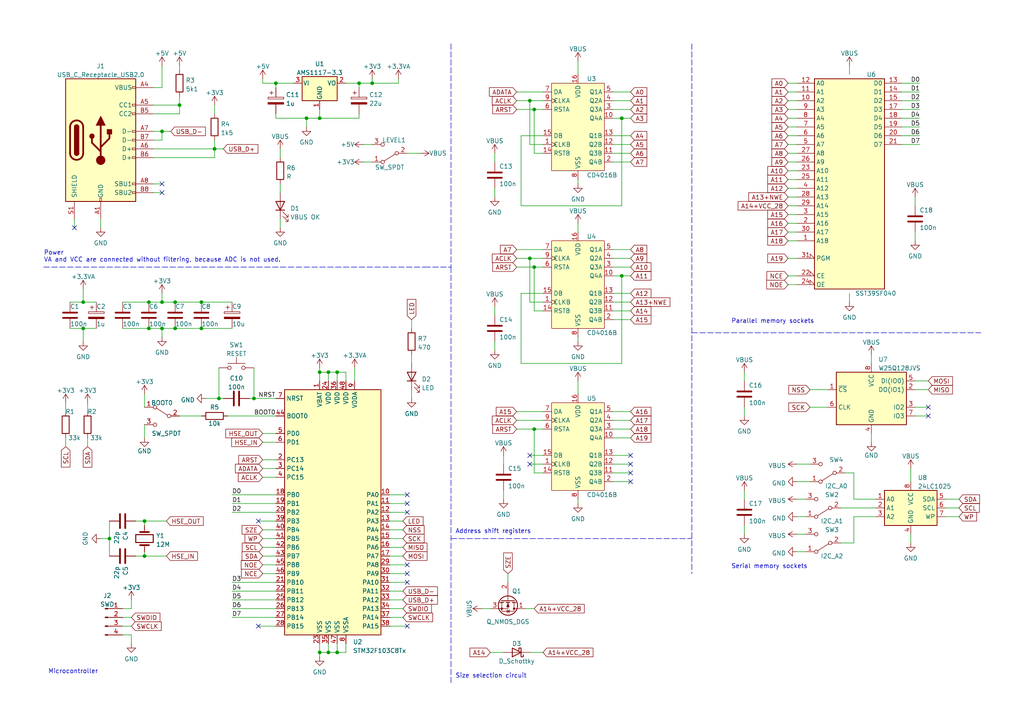
<source format=kicad_sch>
(kicad_sch (version 20211123) (generator eeschema)
  (paper "A4")
  (title_block (title "Memory dumper") (date "2022-10-15") (rev "0.1") (comment 1 "Made by HA5PLS"))
  (junction (at 73.66 115.57))
  (junction (at 24.13 95.25))
  (junction (at 154.94 124.46))
  (junction (at 58.42 87.63))
  (junction (at 80.01 24.13))
  (junction (at 24.13 87.63))
  (junction (at 92.71 107.95))
  (junction (at 180.34 34.29))
  (junction (at 107.95 24.13))
  (junction (at 41.91 151.13))
  (junction (at 154.94 31.75))
  (junction (at 50.8 87.63))
  (junction (at 95.25 107.95))
  (junction (at 46.99 38.1))
  (junction (at 46.99 95.25))
  (junction (at 58.42 95.25))
  (junction (at 95.25 189.23))
  (junction (at 92.71 189.23))
  (junction (at 46.99 87.63))
  (junction (at 153.67 74.93))
  (junction (at 43.18 95.25))
  (junction (at 63.5 115.57))
  (junction (at 154.94 77.47))
  (junction (at 43.18 87.63))
  (junction (at 97.79 189.23))
  (junction (at 92.71 34.29))
  (junction (at 50.8 95.25))
  (junction (at 97.79 107.95))
  (junction (at 62.23 43.18))
  (junction (at 88.9 34.29))
  (junction (at 31.75 156.21))
  (junction (at 104.14 24.13))
  (junction (at 180.34 80.01))
  (junction (at 52.07 30.48))
  (junction (at 41.91 161.29))
  (junction (at 153.67 29.21))
  (no_connect (at 21.59 66.04))
  (no_connect (at 46.99 55.88))
  (no_connect (at 46.99 53.34))
  (no_connect (at 269.24 118.11))
  (no_connect (at 269.24 120.65))
  (no_connect (at 182.88 132.08))
  (no_connect (at 182.88 134.62))
  (no_connect (at 182.88 137.16))
  (no_connect (at 153.67 132.08))
  (no_connect (at 182.88 139.7))
  (no_connect (at 153.67 134.62))
  (no_connect (at 74.93 181.61))
  (no_connect (at 74.93 151.13))
  (no_connect (at 118.11 168.91))
  (no_connect (at 118.11 181.61))
  (no_connect (at 118.11 163.83))
  (no_connect (at 118.11 166.37))
  (no_connect (at 118.11 143.51))
  (no_connect (at 118.11 146.05))
  (no_connect (at 118.11 148.59))
  (wire (pts (xy 66.04 120.65) (xy 80.01 120.65)))
  (wire (pts (xy 62.23 43.18) (xy 64.77 43.18)))
  (wire (pts (xy 234.95 113.03) (xy 240.03 113.03)))
  (wire (pts (xy 261.62 34.29) (xy 266.7 34.29)))
  (wire (pts (xy 180.34 80.01) (xy 180.34 105.41)))
  (wire (pts (xy 228.6 80.01) (xy 231.14 80.01)))
  (wire (pts (xy 247.65 144.78) (xy 247.65 137.16)))
  (wire (pts (xy 41.91 151.13) (xy 48.26 151.13)))
  (wire (pts (xy 21.59 63.5) (xy 21.59 66.04)))
  (wire (pts (xy 44.45 45.72) (xy 62.23 45.72)))
  (wire (pts (xy 44.45 25.4) (xy 46.99 25.4)))
  (wire (pts (xy 19.05 129.54) (xy 19.05 127)))
  (wire (pts (xy 31.75 156.21) (xy 29.21 156.21)))
  (wire (pts (xy 167.64 64.77) (xy 167.64 67.31)))
  (wire (pts (xy 157.48 77.47) (xy 154.94 77.47)))
  (wire (pts (xy 115.57 24.13) (xy 115.57 22.86)))
  (wire (pts (xy 67.31 176.53) (xy 80.01 176.53)))
  (wire (pts (xy 104.14 33.02) (xy 104.14 34.29)))
  (wire (pts (xy 113.03 153.67) (xy 116.84 153.67)))
  (wire (pts (xy 63.5 115.57) (xy 64.77 115.57)))
  (wire (pts (xy 50.8 95.25) (xy 58.42 95.25)))
  (wire (pts (xy 41.91 160.02) (xy 41.91 161.29)))
  (wire (pts (xy 265.43 57.15) (xy 265.43 59.69)))
  (wire (pts (xy 247.65 137.16) (xy 245.11 137.16)))
  (wire (pts (xy 180.34 34.29) (xy 180.34 59.69)))
  (wire (pts (xy 67.31 171.45) (xy 80.01 171.45)))
  (wire (pts (xy 92.71 186.69) (xy 92.71 189.23)))
  (wire (pts (xy 119.38 92.71) (xy 119.38 95.25)))
  (wire (pts (xy 113.03 156.21) (xy 116.84 156.21)))
  (wire (pts (xy 157.48 29.21) (xy 153.67 29.21)))
  (wire (pts (xy 95.25 189.23) (xy 97.79 189.23)))
  (wire (pts (xy 177.8 119.38) (xy 182.88 119.38)))
  (wire (pts (xy 76.2 156.21) (xy 80.01 156.21)))
  (wire (pts (xy 228.6 59.69) (xy 231.14 59.69)))
  (wire (pts (xy 100.33 107.95) (xy 100.33 110.49)))
  (wire (pts (xy 177.8 44.45) (xy 182.88 44.45)))
  (wire (pts (xy 76.2 24.13) (xy 80.01 24.13)))
  (wire (pts (xy 274.32 149.86) (xy 278.13 149.86)))
  (wire (pts (xy 25.4 129.54) (xy 25.4 127)))
  (wire (pts (xy 264.16 135.89) (xy 264.16 139.7)))
  (wire (pts (xy 62.23 43.18) (xy 62.23 45.72)))
  (wire (pts (xy 105.41 46.99) (xy 107.95 46.99)))
  (wire (pts (xy 246.38 19.05) (xy 246.38 21.59)))
  (wire (pts (xy 149.86 121.92) (xy 157.48 121.92)))
  (wire (pts (xy 149.86 31.75) (xy 154.94 31.75)))
  (wire (pts (xy 113.03 146.05) (xy 118.11 146.05)))
  (wire (pts (xy 143.51 44.45) (xy 143.51 46.99)))
  (wire (pts (xy 153.67 87.63) (xy 157.48 87.63)))
  (wire (pts (xy 154.94 124.46) (xy 154.94 137.16)))
  (wire (pts (xy 228.6 74.93) (xy 231.14 74.93)))
  (wire (pts (xy 149.86 29.21) (xy 153.67 29.21)))
  (wire (pts (xy 234.95 118.11) (xy 240.03 118.11)))
  (wire (pts (xy 92.71 106.68) (xy 92.71 107.95)))
  (polyline (pts (xy 12.7 77.47) (xy 123.19 77.47)))
  (wire (pts (xy 215.9 118.11) (xy 215.9 120.65)))
  (wire (pts (xy 228.6 44.45) (xy 231.14 44.45)))
  (wire (pts (xy 116.84 151.13) (xy 113.03 151.13)))
  (wire (pts (xy 41.91 123.19) (xy 41.91 127)))
  (wire (pts (xy 177.8 139.7) (xy 182.88 139.7)))
  (wire (pts (xy 20.32 95.25) (xy 24.13 95.25)))
  (wire (pts (xy 149.86 72.39) (xy 157.48 72.39)))
  (wire (pts (xy 80.01 33.02) (xy 80.01 34.29)))
  (wire (pts (xy 25.4 119.38) (xy 25.4 116.84)))
  (wire (pts (xy 167.64 144.78) (xy 167.64 146.05)))
  (wire (pts (xy 215.9 107.95) (xy 215.9 110.49)))
  (wire (pts (xy 157.48 39.37) (xy 151.13 39.37)))
  (wire (pts (xy 119.38 113.03) (xy 119.38 115.57)))
  (wire (pts (xy 41.91 114.3) (xy 41.91 118.11)))
  (wire (pts (xy 74.93 151.13) (xy 80.01 151.13)))
  (wire (pts (xy 180.34 34.29) (xy 182.88 34.29)))
  (wire (pts (xy 228.6 57.15) (xy 231.14 57.15)))
  (wire (pts (xy 44.45 38.1) (xy 46.99 38.1)))
  (wire (pts (xy 247.65 144.78) (xy 254 144.78)))
  (polyline (pts (xy 200.66 12.7) (xy 200.66 166.37)))
  (wire (pts (xy 177.8 80.01) (xy 180.34 80.01)))
  (wire (pts (xy 252.73 125.73) (xy 252.73 128.27)))
  (wire (pts (xy 31.75 151.13) (xy 31.75 156.21)))
  (wire (pts (xy 76.2 158.75) (xy 80.01 158.75)))
  (wire (pts (xy 246.38 85.09) (xy 246.38 87.63)))
  (wire (pts (xy 38.1 184.15) (xy 38.1 186.69)))
  (wire (pts (xy 177.8 46.99) (xy 182.88 46.99)))
  (wire (pts (xy 81.28 43.18) (xy 81.28 45.72)))
  (wire (pts (xy 76.2 166.37) (xy 80.01 166.37)))
  (wire (pts (xy 35.56 184.15) (xy 38.1 184.15)))
  (wire (pts (xy 50.8 87.63) (xy 58.42 87.63)))
  (wire (pts (xy 24.13 83.82) (xy 24.13 87.63)))
  (wire (pts (xy 265.43 110.49) (xy 269.24 110.49)))
  (wire (pts (xy 177.8 31.75) (xy 182.88 31.75)))
  (wire (pts (xy 153.67 74.93) (xy 153.67 87.63)))
  (wire (pts (xy 177.8 72.39) (xy 182.88 72.39)))
  (wire (pts (xy 85.09 24.13) (xy 80.01 24.13)))
  (wire (pts (xy 46.99 95.25) (xy 46.99 97.79)))
  (wire (pts (xy 58.42 87.63) (xy 67.31 87.63)))
  (wire (pts (xy 102.87 106.68) (xy 102.87 110.49)))
  (wire (pts (xy 76.2 161.29) (xy 80.01 161.29)))
  (wire (pts (xy 104.14 24.13) (xy 107.95 24.13)))
  (wire (pts (xy 67.31 148.59) (xy 80.01 148.59)))
  (wire (pts (xy 35.56 179.07) (xy 38.1 179.07)))
  (wire (pts (xy 261.62 41.91) (xy 266.7 41.91)))
  (wire (pts (xy 252.73 102.87) (xy 252.73 105.41)))
  (wire (pts (xy 119.38 102.87) (xy 119.38 105.41)))
  (wire (pts (xy 35.56 95.25) (xy 43.18 95.25)))
  (wire (pts (xy 95.25 107.95) (xy 95.25 110.49)))
  (wire (pts (xy 95.25 186.69) (xy 95.25 189.23)))
  (wire (pts (xy 24.13 95.25) (xy 27.94 95.25)))
  (wire (pts (xy 52.07 19.05) (xy 52.07 20.32)))
  (wire (pts (xy 152.4 176.53) (xy 154.94 176.53)))
  (wire (pts (xy 177.8 29.21) (xy 182.88 29.21)))
  (wire (pts (xy 149.86 77.47) (xy 154.94 77.47)))
  (wire (pts (xy 74.93 181.61) (xy 80.01 181.61)))
  (wire (pts (xy 228.6 69.85) (xy 231.14 69.85)))
  (wire (pts (xy 113.03 173.99) (xy 116.84 173.99)))
  (wire (pts (xy 177.8 134.62) (xy 182.88 134.62)))
  (wire (pts (xy 177.8 74.93) (xy 182.88 74.93)))
  (wire (pts (xy 88.9 34.29) (xy 92.71 34.29)))
  (wire (pts (xy 265.43 113.03) (xy 269.24 113.03)))
  (wire (pts (xy 113.03 143.51) (xy 118.11 143.51)))
  (wire (pts (xy 46.99 87.63) (xy 50.8 87.63)))
  (wire (pts (xy 49.53 38.1) (xy 46.99 38.1)))
  (wire (pts (xy 180.34 80.01) (xy 182.88 80.01)))
  (wire (pts (xy 76.2 128.27) (xy 80.01 128.27)))
  (wire (pts (xy 100.33 186.69) (xy 100.33 189.23)))
  (wire (pts (xy 231.14 149.86) (xy 233.68 149.86)))
  (wire (pts (xy 43.18 95.25) (xy 46.99 95.25)))
  (wire (pts (xy 107.95 24.13) (xy 115.57 24.13)))
  (wire (pts (xy 177.8 85.09) (xy 182.88 85.09)))
  (wire (pts (xy 92.71 190.5) (xy 92.71 189.23)))
  (wire (pts (xy 67.31 143.51) (xy 80.01 143.51)))
  (wire (pts (xy 157.48 74.93) (xy 153.67 74.93)))
  (wire (pts (xy 228.6 62.23) (xy 231.14 62.23)))
  (wire (pts (xy 113.03 168.91) (xy 118.11 168.91)))
  (wire (pts (xy 31.75 156.21) (xy 31.75 161.29)))
  (wire (pts (xy 73.66 115.57) (xy 80.01 115.57)))
  (wire (pts (xy 76.2 125.73) (xy 80.01 125.73)))
  (wire (pts (xy 261.62 26.67) (xy 266.7 26.67)))
  (wire (pts (xy 177.8 87.63) (xy 182.88 87.63)))
  (wire (pts (xy 97.79 186.69) (xy 97.79 189.23)))
  (wire (pts (xy 177.8 132.08) (xy 182.88 132.08)))
  (wire (pts (xy 92.71 31.75) (xy 92.71 34.29)))
  (wire (pts (xy 147.32 166.37) (xy 147.32 168.91)))
  (wire (pts (xy 143.51 88.9) (xy 143.51 91.44)))
  (wire (pts (xy 29.21 63.5) (xy 29.21 66.04)))
  (wire (pts (xy 149.86 26.67) (xy 157.48 26.67)))
  (wire (pts (xy 63.5 106.68) (xy 63.5 115.57)))
  (wire (pts (xy 35.56 87.63) (xy 43.18 87.63)))
  (wire (pts (xy 58.42 95.25) (xy 67.31 95.25)))
  (wire (pts (xy 151.13 59.69) (xy 180.34 59.69)))
  (wire (pts (xy 67.31 179.07) (xy 80.01 179.07)))
  (wire (pts (xy 154.94 137.16) (xy 157.48 137.16)))
  (wire (pts (xy 167.64 52.07) (xy 167.64 53.34)))
  (wire (pts (xy 177.8 41.91) (xy 182.88 41.91)))
  (wire (pts (xy 154.94 44.45) (xy 157.48 44.45)))
  (wire (pts (xy 100.33 189.23) (xy 97.79 189.23)))
  (wire (pts (xy 228.6 26.67) (xy 231.14 26.67)))
  (wire (pts (xy 247.65 149.86) (xy 254 149.86)))
  (wire (pts (xy 151.13 39.37) (xy 151.13 59.69)))
  (polyline (pts (xy 200.66 96.52) (xy 284.48 96.52)))
  (wire (pts (xy 228.6 29.21) (xy 231.14 29.21)))
  (wire (pts (xy 81.28 63.5) (xy 81.28 66.04)))
  (wire (pts (xy 46.99 95.25) (xy 50.8 95.25)))
  (wire (pts (xy 44.45 55.88) (xy 46.99 55.88)))
  (wire (pts (xy 177.8 127) (xy 182.88 127)))
  (wire (pts (xy 265.43 67.31) (xy 265.43 69.85)))
  (wire (pts (xy 67.31 168.91) (xy 80.01 168.91)))
  (wire (pts (xy 177.8 121.92) (xy 182.88 121.92)))
  (wire (pts (xy 80.01 133.35) (xy 76.2 133.35)))
  (wire (pts (xy 153.67 41.91) (xy 157.48 41.91)))
  (wire (pts (xy 107.95 22.86) (xy 107.95 24.13)))
  (wire (pts (xy 228.6 64.77) (xy 231.14 64.77)))
  (wire (pts (xy 177.8 39.37) (xy 182.88 39.37)))
  (wire (pts (xy 228.6 34.29) (xy 231.14 34.29)))
  (wire (pts (xy 72.39 115.57) (xy 73.66 115.57)))
  (wire (pts (xy 97.79 107.95) (xy 97.79 110.49)))
  (wire (pts (xy 153.67 29.21) (xy 153.67 41.91)))
  (wire (pts (xy 153.67 189.23) (xy 157.48 189.23)))
  (wire (pts (xy 154.94 90.17) (xy 157.48 90.17)))
  (wire (pts (xy 80.01 34.29) (xy 88.9 34.29)))
  (wire (pts (xy 44.45 53.34) (xy 46.99 53.34)))
  (wire (pts (xy 261.62 39.37) (xy 266.7 39.37)))
  (wire (pts (xy 228.6 52.07) (xy 231.14 52.07)))
  (wire (pts (xy 177.8 124.46) (xy 182.88 124.46)))
  (wire (pts (xy 228.6 24.13) (xy 231.14 24.13)))
  (wire (pts (xy 113.03 176.53) (xy 116.84 176.53)))
  (polyline (pts (xy 123.19 77.47) (xy 130.81 77.47)))
  (wire (pts (xy 265.43 118.11) (xy 269.24 118.11)))
  (wire (pts (xy 231.14 154.94) (xy 233.68 154.94)))
  (wire (pts (xy 113.03 166.37) (xy 118.11 166.37)))
  (wire (pts (xy 76.2 138.43) (xy 80.01 138.43)))
  (polyline (pts (xy 130.81 12.7) (xy 130.81 77.47)))
  (wire (pts (xy 177.8 90.17) (xy 182.88 90.17)))
  (wire (pts (xy 62.23 30.48) (xy 62.23 33.02)))
  (wire (pts (xy 142.24 189.23) (xy 146.05 189.23)))
  (wire (pts (xy 157.48 124.46) (xy 154.94 124.46)))
  (wire (pts (xy 231.14 160.02) (xy 233.68 160.02)))
  (wire (pts (xy 261.62 31.75) (xy 266.7 31.75)))
  (wire (pts (xy 247.65 157.48) (xy 243.84 157.48)))
  (wire (pts (xy 153.67 132.08) (xy 157.48 132.08)))
  (wire (pts (xy 113.03 181.61) (xy 118.11 181.61)))
  (wire (pts (xy 59.69 115.57) (xy 63.5 115.57)))
  (wire (pts (xy 39.37 151.13) (xy 41.91 151.13)))
  (polyline (pts (xy 130.81 156.21) (xy 200.66 156.21)))
  (wire (pts (xy 92.71 34.29) (xy 104.14 34.29)))
  (wire (pts (xy 274.32 144.78) (xy 278.13 144.78)))
  (wire (pts (xy 149.86 119.38) (xy 157.48 119.38)))
  (wire (pts (xy 265.43 120.65) (xy 269.24 120.65)))
  (wire (pts (xy 228.6 36.83) (xy 231.14 36.83)))
  (wire (pts (xy 228.6 31.75) (xy 231.14 31.75)))
  (wire (pts (xy 19.05 119.38) (xy 19.05 116.84)))
  (wire (pts (xy 46.99 19.05) (xy 46.99 25.4)))
  (wire (pts (xy 264.16 154.94) (xy 264.16 157.48)))
  (wire (pts (xy 167.64 17.78) (xy 167.64 21.59)))
  (wire (pts (xy 24.13 87.63) (xy 27.94 87.63)))
  (wire (pts (xy 228.6 67.31) (xy 231.14 67.31)))
  (wire (pts (xy 24.13 95.25) (xy 24.13 99.06)))
  (wire (pts (xy 76.2 153.67) (xy 80.01 153.67)))
  (wire (pts (xy 43.18 87.63) (xy 46.99 87.63)))
  (wire (pts (xy 274.32 147.32) (xy 278.13 147.32)))
  (wire (pts (xy 113.03 179.07) (xy 116.84 179.07)))
  (wire (pts (xy 143.51 99.06) (xy 143.51 101.6)))
  (wire (pts (xy 113.03 158.75) (xy 116.84 158.75)))
  (wire (pts (xy 243.84 147.32) (xy 254 147.32)))
  (wire (pts (xy 80.01 135.89) (xy 76.2 135.89)))
  (wire (pts (xy 52.07 33.02) (xy 52.07 30.48)))
  (wire (pts (xy 67.31 173.99) (xy 80.01 173.99)))
  (wire (pts (xy 41.91 161.29) (xy 39.37 161.29)))
  (wire (pts (xy 41.91 151.13) (xy 41.91 152.4)))
  (wire (pts (xy 231.14 144.78) (xy 233.68 144.78)))
  (wire (pts (xy 228.6 54.61) (xy 231.14 54.61)))
  (wire (pts (xy 76.2 163.83) (xy 80.01 163.83)))
  (wire (pts (xy 151.13 105.41) (xy 180.34 105.41)))
  (wire (pts (xy 67.31 146.05) (xy 80.01 146.05)))
  (wire (pts (xy 146.05 142.24) (xy 146.05 144.78)))
  (wire (pts (xy 113.03 161.29) (xy 116.84 161.29)))
  (wire (pts (xy 153.67 134.62) (xy 157.48 134.62)))
  (wire (pts (xy 167.64 110.49) (xy 167.64 114.3)))
  (wire (pts (xy 95.25 107.95) (xy 97.79 107.95)))
  (wire (pts (xy 149.86 124.46) (xy 154.94 124.46)))
  (wire (pts (xy 76.2 22.86) (xy 76.2 24.13)))
  (wire (pts (xy 177.8 34.29) (xy 180.34 34.29)))
  (wire (pts (xy 139.7 176.53) (xy 142.24 176.53)))
  (wire (pts (xy 228.6 82.55) (xy 231.14 82.55)))
  (wire (pts (xy 154.94 77.47) (xy 154.94 90.17)))
  (wire (pts (xy 177.8 26.67) (xy 182.88 26.67)))
  (wire (pts (xy 177.8 92.71) (xy 182.88 92.71)))
  (wire (pts (xy 38.1 176.53) (xy 38.1 173.99)))
  (polyline (pts (xy 130.81 77.47) (xy 130.81 198.12)))
  (wire (pts (xy 167.64 97.79) (xy 167.64 99.06)))
  (wire (pts (xy 81.28 53.34) (xy 81.28 55.88)))
  (wire (pts (xy 157.48 85.09) (xy 151.13 85.09)))
  (wire (pts (xy 113.03 171.45) (xy 116.84 171.45)))
  (wire (pts (xy 113.03 163.83) (xy 118.11 163.83)))
  (wire (pts (xy 52.07 27.94) (xy 52.07 30.48)))
  (wire (pts (xy 143.51 54.61) (xy 143.51 57.15)))
  (wire (pts (xy 46.99 38.1) (xy 46.99 40.64)))
  (wire (pts (xy 215.9 152.4) (xy 215.9 154.94)))
  (wire (pts (xy 261.62 36.83) (xy 266.7 36.83)))
  (wire (pts (xy 62.23 40.64) (xy 62.23 43.18)))
  (wire (pts (xy 228.6 49.53) (xy 231.14 49.53)))
  (wire (pts (xy 228.6 46.99) (xy 231.14 46.99)))
  (wire (pts (xy 41.91 161.29) (xy 48.26 161.29)))
  (wire (pts (xy 46.99 85.09) (xy 46.99 87.63)))
  (wire (pts (xy 146.05 132.08) (xy 146.05 134.62)))
  (wire (pts (xy 44.45 43.18) (xy 62.23 43.18)))
  (wire (pts (xy 88.9 34.29) (xy 88.9 36.83)))
  (wire (pts (xy 92.71 189.23) (xy 95.25 189.23)))
  (wire (pts (xy 52.07 120.65) (xy 58.42 120.65)))
  (wire (pts (xy 73.66 115.57) (xy 73.66 106.68)))
  (wire (pts (xy 149.86 74.93) (xy 153.67 74.93)))
  (wire (pts (xy 177.8 77.47) (xy 182.88 77.47)))
  (wire (pts (xy 104.14 24.13) (xy 104.14 25.4)))
  (wire (pts (xy 154.94 31.75) (xy 154.94 44.45)))
  (wire (pts (xy 151.13 85.09) (xy 151.13 105.41)))
  (wire (pts (xy 215.9 142.24) (xy 215.9 144.78)))
  (wire (pts (xy 35.56 181.61) (xy 38.1 181.61)))
  (wire (pts (xy 44.45 40.64) (xy 46.99 40.64)))
  (wire (pts (xy 228.6 41.91) (xy 231.14 41.91)))
  (wire (pts (xy 44.45 33.02) (xy 52.07 33.02)))
  (wire (pts (xy 80.01 24.13) (xy 80.01 25.4)))
  (wire (pts (xy 228.6 39.37) (xy 231.14 39.37)))
  (wire (pts (xy 100.33 24.13) (xy 104.14 24.13)))
  (wire (pts (xy 92.71 107.95) (xy 95.25 107.95)))
  (wire (pts (xy 20.32 87.63) (xy 24.13 87.63)))
  (wire (pts (xy 231.14 139.7) (xy 234.95 139.7)))
  (wire (pts (xy 92.71 107.95) (xy 92.71 110.49)))
  (wire (pts (xy 97.79 107.95) (xy 100.33 107.95)))
  (wire (pts (xy 157.48 31.75) (xy 154.94 31.75)))
  (wire (pts (xy 44.45 30.48) (xy 52.07 30.48)))
  (wire (pts (xy 261.62 29.21) (xy 266.7 29.21)))
  (wire (pts (xy 261.62 24.13) (xy 266.7 24.13)))
  (wire (pts (xy 113.03 148.59) (xy 118.11 148.59)))
  (wire (pts (xy 177.8 137.16) (xy 182.88 137.16)))
  (wire (pts (xy 247.65 149.86) (xy 247.65 157.48)))
  (wire (pts (xy 231.14 134.62) (xy 234.95 134.62)))
  (wire (pts (xy 105.41 41.91) (xy 107.95 41.91)))
  (wire (pts (xy 35.56 176.53) (xy 38.1 176.53)))
  (wire (pts (xy 118.11 44.45) (xy 121.92 44.45)))
  (text "Address shift registers\n" (at 132.08 154.94 0) (effects (font (size 1.27 1.27)) (justify left bottom)))
  (text "Size selection circuit\n" (at 132.08 196.85 0) (effects (font (size 1.27 1.27)) (justify left bottom)))
  (text "Power\nVA and VCC are connected without filtering, because ADC is not used." (at 12.7 76.2 0) (effects (font (size 1.27 1.27)) (justify left bottom)))
  (text "Microcontroller" (at 13.97 195.58 0) (effects (font (size 1.27 1.27)) (justify left bottom)))
  (text "Serial memory sockets\n" (at 212.09 165.1 0) (effects (font (size 1.27 1.27)) (justify left bottom)))
  (text "Parallel memory sockets\n" (at 212.09 93.98 0) (effects (font (size 1.27 1.27)) (justify left bottom)))
  (label "D5" (at 264.16 36.83 0))
  (label "D4" (at 67.31 171.45 0))
  (label "D7" (at 264.16 41.91 0))
  (label "D2" (at 67.31 148.59 0))
  (label "D3" (at 67.31 168.91 0))
  (label "D0" (at 67.31 143.51 0))
  (label "D0" (at 264.16 24.13 0))
  (label "D6" (at 264.16 39.37 0))
  (label "BOOT0" (at 73.66 120.65 0))
  (label "D7" (at 67.31 179.07 0))
  (label "D6" (at 67.31 176.53 0))
  (label "D5" (at 67.31 173.99 0))
  (label "NRST" (at 74.93 115.57 0))
  (label "D2" (at 264.16 29.21 0))
  (label "D1" (at 264.16 26.67 0))
  (label "D4" (at 264.16 34.29 0))
  (label "D3" (at 264.16 31.75 0))
  (label "D1" (at 67.31 146.05 0))
  (global_label "HSE_OUT" (shape input) (at 48.26 151.13 0) (property "Intersheet References" "${INTERSHEET_REFS}" (effects hide)))
  (global_label "USB_D-" (shape input) (at 49.53 38.1 0) (property "Intersheet References" "${INTERSHEET_REFS}" (effects hide)))
  (global_label "A0" (shape input) (at 228.6 24.13 180) (property "Intersheet References" "${INTERSHEET_REFS}" (effects hide)))
  (global_label "A16" (shape input) (at 228.6 64.77 180) (property "Intersheet References" "${INTERSHEET_REFS}" (effects hide)))
  (global_label "A6" (shape input) (at 228.6 39.37 180) (property "Intersheet References" "${INTERSHEET_REFS}" (effects hide)))
  (global_label "A15" (shape input) (at 182.88 92.71 0) (property "Intersheet References" "${INTERSHEET_REFS}" (effects hide)))
  (global_label "A18" (shape input) (at 228.6 69.85 180) (property "Intersheet References" "${INTERSHEET_REFS}" (effects hide)))
  (global_label "A1" (shape input) (at 182.88 29.21 0) (property "Intersheet References" "${INTERSHEET_REFS}" (effects hide)))
  (global_label "A3" (shape input) (at 228.6 31.75 180) (property "Intersheet References" "${INTERSHEET_REFS}" (effects hide)))
  (global_label "USB_D-" (shape input) (at 116.84 171.45 0) (property "Intersheet References" "${INTERSHEET_REFS}" (effects hide)))
  (global_label "MOSI" (shape input) (at 269.24 110.49 0) (property "Intersheet References" "${INTERSHEET_REFS}" (effects hide)))
  (global_label "A10" (shape input) (at 228.6 49.53 180) (property "Intersheet References" "${INTERSHEET_REFS}" (effects hide)))
  (global_label "USB_D+" (shape input) (at 64.77 43.18 0) (property "Intersheet References" "${INTERSHEET_REFS}" (effects hide)))
  (global_label "HSE_IN" (shape input) (at 76.2 128.27 180) (property "Intersheet References" "${INTERSHEET_REFS}" (effects hide)))
  (global_label "A12" (shape input) (at 228.6 54.61 180) (property "Intersheet References" "${INTERSHEET_REFS}" (effects hide)))
  (global_label "ARST" (shape input) (at 149.86 31.75 180) (property "Intersheet References" "${INTERSHEET_REFS}" (effects hide)))
  (global_label "A7" (shape input) (at 149.86 72.39 180) (property "Intersheet References" "${INTERSHEET_REFS}" (effects hide)))
  (global_label "ACLK" (shape input) (at 149.86 74.93 180) (property "Intersheet References" "${INTERSHEET_REFS}" (effects hide)))
  (global_label "A10" (shape input) (at 182.88 77.47 0) (property "Intersheet References" "${INTERSHEET_REFS}" (effects hide)))
  (global_label "A14+VCC_28" (shape input) (at 154.94 176.53 0) (property "Intersheet References" "${INTERSHEET_REFS}" (effects hide)))
  (global_label "A14+VCC_28" (shape input) (at 157.48 189.23 0) (property "Intersheet References" "${INTERSHEET_REFS}" (effects hide)))
  (global_label "A13+NWE" (shape input) (at 182.88 87.63 0) (property "Intersheet References" "${INTERSHEET_REFS}" (effects hide)))
  (global_label "HSE_IN" (shape input) (at 48.26 161.29 0) (property "Intersheet References" "${INTERSHEET_REFS}" (effects hide)))
  (global_label "A7" (shape input) (at 228.6 41.91 180) (property "Intersheet References" "${INTERSHEET_REFS}" (effects hide)))
  (global_label "SCK" (shape input) (at 234.95 118.11 180) (property "Intersheet References" "${INTERSHEET_REFS}" (effects hide)))
  (global_label "SCL" (shape input) (at 278.13 147.32 0) (property "Intersheet References" "${INTERSHEET_REFS}" (effects hide)))
  (global_label "NCE" (shape input) (at 228.6 80.01 180) (property "Intersheet References" "${INTERSHEET_REFS}" (effects hide)))
  (global_label "SWCLK" (shape input) (at 116.84 179.07 0) (property "Intersheet References" "${INTERSHEET_REFS}" (effects hide)))
  (global_label "NOE" (shape input) (at 228.6 82.55 180) (property "Intersheet References" "${INTERSHEET_REFS}" (effects hide)))
  (global_label "ADATA" (shape input) (at 76.2 135.89 180) (property "Intersheet References" "${INTERSHEET_REFS}" (effects hide)))
  (global_label "A14+VCC_28" (shape input) (at 228.6 59.69 180) (property "Intersheet References" "${INTERSHEET_REFS}" (effects hide)))
  (global_label "A19" (shape input) (at 228.6 74.93 180) (property "Intersheet References" "${INTERSHEET_REFS}" (effects hide)))
  (global_label "LED" (shape input) (at 119.38 92.71 90) (property "Intersheet References" "${INTERSHEET_REFS}" (effects hide)))
  (global_label "ACLK" (shape input) (at 149.86 29.21 180) (property "Intersheet References" "${INTERSHEET_REFS}" (effects hide)))
  (global_label "NCE" (shape input) (at 76.2 166.37 180) (property "Intersheet References" "${INTERSHEET_REFS}" (effects hide)))
  (global_label "LED" (shape input) (at 116.84 151.13 0) (property "Intersheet References" "${INTERSHEET_REFS}" (effects hide)))
  (global_label "HSE_OUT" (shape input) (at 76.2 125.73 180) (property "Intersheet References" "${INTERSHEET_REFS}" (effects hide)))
  (global_label "A5" (shape input) (at 228.6 36.83 180) (property "Intersheet References" "${INTERSHEET_REFS}" (effects hide)))
  (global_label "USB_D+" (shape input) (at 116.84 173.99 0) (property "Intersheet References" "${INTERSHEET_REFS}" (effects hide)))
  (global_label "ADATA" (shape input) (at 149.86 26.67 180) (property "Intersheet References" "${INTERSHEET_REFS}" (effects hide)))
  (global_label "A14" (shape input) (at 142.24 189.23 180) (property "Intersheet References" "${INTERSHEET_REFS}" (effects hide)))
  (global_label "ARST" (shape input) (at 149.86 77.47 180) (property "Intersheet References" "${INTERSHEET_REFS}" (effects hide)))
  (global_label "A17" (shape input) (at 228.6 67.31 180) (property "Intersheet References" "${INTERSHEET_REFS}" (effects hide)))
  (global_label "SCL" (shape input) (at 76.2 158.75 180) (property "Intersheet References" "${INTERSHEET_REFS}" (effects hide)))
  (global_label "ACLK" (shape input) (at 76.2 138.43 180) (property "Intersheet References" "${INTERSHEET_REFS}" (effects hide)))
  (global_label "A9" (shape input) (at 182.88 74.93 0) (property "Intersheet References" "${INTERSHEET_REFS}" (effects hide)))
  (global_label "A1" (shape input) (at 228.6 26.67 180) (property "Intersheet References" "${INTERSHEET_REFS}" (effects hide)))
  (global_label "SWDIO" (shape input) (at 38.1 179.07 0) (property "Intersheet References" "${INTERSHEET_REFS}" (effects hide)))
  (global_label "A0" (shape input) (at 182.88 26.67 0) (property "Intersheet References" "${INTERSHEET_REFS}" (effects hide)))
  (global_label "A3" (shape input) (at 182.88 34.29 0) (property "Intersheet References" "${INTERSHEET_REFS}" (effects hide)))
  (global_label "NSS" (shape input) (at 234.95 113.03 180) (property "Intersheet References" "${INTERSHEET_REFS}" (effects hide)))
  (global_label "SZE" (shape input) (at 76.2 153.67 180) (property "Intersheet References" "${INTERSHEET_REFS}" (effects hide)))
  (global_label "ARST" (shape input) (at 149.86 124.46 180) (property "Intersheet References" "${INTERSHEET_REFS}" (effects hide)))
  (global_label "A9" (shape input) (at 228.6 46.99 180) (property "Intersheet References" "${INTERSHEET_REFS}" (effects hide)))
  (global_label "A5" (shape input) (at 182.88 41.91 0) (property "Intersheet References" "${INTERSHEET_REFS}" (effects hide)))
  (global_label "A2" (shape input) (at 182.88 31.75 0) (property "Intersheet References" "${INTERSHEET_REFS}" (effects hide)))
  (global_label "A18" (shape input) (at 182.88 124.46 0) (property "Intersheet References" "${INTERSHEET_REFS}" (effects hide)))
  (global_label "MISO" (shape input) (at 269.24 113.03 0) (property "Intersheet References" "${INTERSHEET_REFS}" (effects hide)))
  (global_label "SWCLK" (shape input) (at 38.1 181.61 0) (property "Intersheet References" "${INTERSHEET_REFS}" (effects hide)))
  (global_label "A8" (shape input) (at 182.88 72.39 0) (property "Intersheet References" "${INTERSHEET_REFS}" (effects hide)))
  (global_label "SDA" (shape input) (at 278.13 144.78 0) (property "Intersheet References" "${INTERSHEET_REFS}" (effects hide)))
  (global_label "MISO" (shape input) (at 116.84 158.75 0) (property "Intersheet References" "${INTERSHEET_REFS}" (effects hide)))
  (global_label "WP" (shape input) (at 76.2 156.21 180) (property "Intersheet References" "${INTERSHEET_REFS}" (effects hide)))
  (global_label "A12" (shape input) (at 182.88 85.09 0) (property "Intersheet References" "${INTERSHEET_REFS}" (effects hide)))
  (global_label "A11" (shape input) (at 228.6 52.07 180) (property "Intersheet References" "${INTERSHEET_REFS}" (effects hide)))
  (global_label "SCL" (shape input) (at 19.05 129.54 270) (property "Intersheet References" "${INTERSHEET_REFS}" (effects hide)))
  (global_label "SZE" (shape input) (at 147.32 166.37 90) (property "Intersheet References" "${INTERSHEET_REFS}" (effects hide)))
  (global_label "MOSI" (shape input) (at 116.84 161.29 0) (property "Intersheet References" "${INTERSHEET_REFS}" (effects hide)))
  (global_label "A6" (shape input) (at 182.88 44.45 0) (property "Intersheet References" "${INTERSHEET_REFS}" (effects hide)))
  (global_label "SWDIO" (shape input) (at 116.84 176.53 0) (property "Intersheet References" "${INTERSHEET_REFS}" (effects hide)))
  (global_label "A4" (shape input) (at 228.6 34.29 180) (property "Intersheet References" "${INTERSHEET_REFS}" (effects hide)))
  (global_label "A11" (shape input) (at 182.88 80.01 0) (property "Intersheet References" "${INTERSHEET_REFS}" (effects hide)))
  (global_label "A14" (shape input) (at 182.88 90.17 0) (property "Intersheet References" "${INTERSHEET_REFS}" (effects hide)))
  (global_label "ACLK" (shape input) (at 149.86 121.92 180) (property "Intersheet References" "${INTERSHEET_REFS}" (effects hide)))
  (global_label "A17" (shape input) (at 182.88 121.92 0) (property "Intersheet References" "${INTERSHEET_REFS}" (effects hide)))
  (global_label "A16" (shape input) (at 182.88 119.38 0) (property "Intersheet References" "${INTERSHEET_REFS}" (effects hide)))
  (global_label "SDA" (shape input) (at 76.2 161.29 180) (property "Intersheet References" "${INTERSHEET_REFS}" (effects hide)))
  (global_label "A15" (shape input) (at 149.86 119.38 180) (property "Intersheet References" "${INTERSHEET_REFS}" (effects hide)))
  (global_label "NSS" (shape input) (at 116.84 153.67 0) (property "Intersheet References" "${INTERSHEET_REFS}" (effects hide)))
  (global_label "A2" (shape input) (at 228.6 29.21 180) (property "Intersheet References" "${INTERSHEET_REFS}" (effects hide)))
  (global_label "WP" (shape input) (at 278.13 149.86 0) (property "Intersheet References" "${INTERSHEET_REFS}" (effects hide)))
  (global_label "NOE" (shape input) (at 76.2 163.83 180) (property "Intersheet References" "${INTERSHEET_REFS}" (effects hide)))
  (global_label "A13+NWE" (shape input) (at 228.6 57.15 180) (property "Intersheet References" "${INTERSHEET_REFS}" (effects hide)))
  (global_label "SDA" (shape input) (at 25.4 129.54 270) (property "Intersheet References" "${INTERSHEET_REFS}" (effects hide)))
  (global_label "A19" (shape input) (at 182.88 127 0) (property "Intersheet References" "${INTERSHEET_REFS}" (effects hide)))
  (global_label "SCK" (shape input) (at 116.84 156.21 0) (property "Intersheet References" "${INTERSHEET_REFS}" (effects hide)))
  (global_label "ARST" (shape input) (at 76.2 133.35 180) (property "Intersheet References" "${INTERSHEET_REFS}" (effects hide)))
  (global_label "A8" (shape input) (at 228.6 44.45 180) (property "Intersheet References" "${INTERSHEET_REFS}" (effects hide)))
  (global_label "A7" (shape input) (at 182.88 46.99 0) (property "Intersheet References" "${INTERSHEET_REFS}" (effects hide)))
  (global_label "A4" (shape input) (at 182.88 39.37 0) (property "Intersheet References" "${INTERSHEET_REFS}" (effects hide)))
  (global_label "A15" (shape input) (at 228.6 62.23 180) (property "Intersheet References" "${INTERSHEET_REFS}" (effects hide)))
  (symbol (lib_id "power:GND") (at 231.14 139.7 270) (unit 1)
    (property "Reference" "#PWR048" (effects hide))
    (property "Value" "GND" (at 227.9651 140.1338 90) (effects (justify right)))
  )
  (symbol (lib_id "Device:C_Polarized") (at 27.94 91.44 0) (unit 1)
    (property "Reference" "C2" (at 27.94 88.9 0) (effects (justify left)))
    (property "Value" "1u" (at 27.94 93.98 0) (effects (justify left)))
  )
  (symbol (lib_id "power:VBUS") (at 252.73 102.87 0) (unit 1)
    (property "Reference" "#PWR055" (effects hide))
    (property "Value" "VBUS" (at 252.73 99.2942 0))
  )
  (symbol (lib_id "Device:Crystal") (at 41.91 156.21 270) (unit 1)
    (property "Reference" "Y1" (at 45.2374 155.3753 90) (effects (justify left)))
    (property "Value" "12M" (at 45.2374 157.9122 90) (effects (justify left)))
  )
  (symbol (lib_id "power:VBUS") (at 121.92 44.45 270) (unit 1)
    (property "Reference" "#PWR029" (effects hide))
    (property "Value" "VBUS" (at 124.46 44.45 90) (effects (justify left)))
  )
  (symbol (lib_id "power:+5V") (at 46.99 19.05 0) (unit 1)
    (property "Reference" "#PWR011" (effects hide))
    (property "Value" "+5V" (at 46.99 15.4742 0))
  )
  (symbol (lib_id "power:+3.3V") (at 46.99 85.09 0) (unit 1)
    (property "Reference" "#PWR012" (effects hide))
    (property "Value" "+3.3V" (at 46.99 81.5142 0))
  )
  (symbol (lib_id "power:GND") (at 29.21 66.04 0) (unit 1)
    (property "Reference" "#PWR05" (effects hide))
    (property "Value" "GND" (at 29.21 70.4834 0))
  )
  (symbol (lib_id "Device:R") (at 62.23 120.65 270) (mirror x) (unit 1)
    (property "Reference" "R5" (at 62.23 118.11 90))
    (property "Value" "10k" (at 62.23 122.8289 90))
  )
  (symbol (lib_id "power:GND") (at 167.64 99.06 0) (unit 1)
    (property "Reference" "#PWR040" (effects hide))
    (property "Value" "GND" (at 167.64 103.5034 0))
  )
  (symbol (lib_id "Memory_EEPROM:24LC1025") (at 264.16 147.32 0) (unit 1)
    (property "Reference" "U8" (at 266.1794 138.5402 0) (effects (justify left)))
    (property "Value" "24LC1025" (at 266.1794 141.0771 0) (effects (justify left)))
    (property "Datasheet" "http://ww1.microchip.com/downloads/en/DeviceDoc/21941B.pdf" (effects hide))
  )
  (symbol (lib_id "Device:C") (at 35.56 161.29 90) (unit 1)
    (property "Reference" "C5" (at 36.3947 164.211 0) (effects (justify right)))
    (property "Value" "22p" (at 33.8578 164.211 0) (effects (justify right)))
  )
  (symbol (lib_id "power:GND") (at 119.38 115.57 0) (unit 1)
    (property "Reference" "#PWR028" (effects hide))
    (property "Value" "GND" (at 119.38 120.0134 0))
  )
  (symbol (lib_id "power:VBUS") (at 265.43 57.15 0) (unit 1)
    (property "Reference" "#PWR059" (effects hide))
    (property "Value" "VBUS" (at 265.43 53.5742 0))
  )
  (symbol (lib_id "Device:C") (at 143.51 95.25 0) (unit 1)
    (property "Reference" "C14" (at 144.78 92.71 0) (effects (justify left)))
    (property "Value" "100n" (at 144.78 97.79 0) (effects (justify left)))
  )
  (symbol (lib_id "Device:R") (at 25.4 123.19 180) (unit 1)
    (property "Reference" "R2" (at 26.67 119.38 0))
    (property "Value" "33k" (at 27.94 127 0))
  )
  (symbol (lib_id "power:GND") (at 143.51 101.6 0) (unit 1)
    (property "Reference" "#PWR034" (effects hide))
    (property "Value" "GND" (at 143.51 106.0434 0))
  )
  (symbol (lib_id "power:VBUS") (at 231.14 154.94 90) (unit 1)
    (property "Reference" "#PWR051" (effects hide))
    (property "Value" "VBUS" (at 227.965 155.3738 90) (effects (justify left)))
  )
  (symbol (lib_id "Connector:Conn_01x04_Male") (at 30.48 179.07 0) (unit 1)
    (property "Reference" "J2" (at 31.115 172.754 0))
    (property "Value" "SWD" (at 31.115 175.2909 0))
  )
  (symbol (lib_id "Device:C") (at 58.42 91.44 0) (unit 1)
    (property "Reference" "C8" (at 58.42 88.9 0) (effects (justify left)))
    (property "Value" "100n" (at 58.42 93.98 0) (effects (justify left)))
  )
  (symbol (lib_id "power:GND") (at 59.69 115.57 270) (unit 1)
    (property "Reference" "#PWR015" (effects hide))
    (property "Value" "GND" (at 56.5151 116.0038 90) (effects (justify right)))
  )
  (symbol (lib_id "memdump:CD4016B") (at 167.64 129.54 0) (unit 1)
    (property "Reference" "U5" (at 170.18 115.57 0) (effects (justify left)))
    (property "Value" "CD4016B" (at 170.18 143.51 0) (effects (justify left)))
  )
  (symbol (lib_id "Device:LED") (at 119.38 109.22 90) (unit 1)
    (property "Reference" "D2" (at 122.301 109.9728 90) (effects (justify right)))
    (property "Value" "LED" (at 122.301 112.5097 90) (effects (justify right)))
  )
  (symbol (lib_id "power:GND") (at 231.14 149.86 270) (unit 1)
    (property "Reference" "#PWR050" (effects hide))
    (property "Value" "GND" (at 227.9651 150.2938 90) (effects (justify right)))
  )
  (symbol (lib_id "Device:C") (at 50.8 91.44 0) (unit 1)
    (property "Reference" "C7" (at 50.8 88.9 0) (effects (justify left)))
    (property "Value" "100n" (at 50.8 93.98 0) (effects (justify left)))
  )
  (symbol (lib_id "power:+3.3V") (at 107.95 22.86 0) (unit 1)
    (property "Reference" "#PWR026" (effects hide))
    (property "Value" "+3.3V" (at 107.95 19.2842 0))
  )
  (symbol (lib_id "Regulator_Linear:AMS1117-3.3") (at 92.71 24.13 0) (unit 1)
    (property "Reference" "U1" (at 92.71 18.5252 0))
    (property "Value" "AMS1117-3.3" (at 92.71 21.0621 0))
    (property "Footprint" "Package_TO_SOT_SMD:SOT-223-3_TabPin2" (effects hide))
    (property "Datasheet" "http://www.advanced-monolithic.com/pdf/ds1117.pdf" (effects hide))
  )
  (symbol (lib_id "memdump:CD4016B") (at 167.64 36.83 0) (unit 1)
    (property "Reference" "U3" (at 170.18 22.86 0) (effects (justify left)))
    (property "Value" "CD4016B" (at 170.18 50.8 0) (effects (justify left)))
  )
  (symbol (lib_id "power:GND") (at 167.64 53.34 0) (unit 1)
    (property "Reference" "#PWR038" (effects hide))
    (property "Value" "GND" (at 167.64 57.7834 0))
  )
  (symbol (lib_id "power:+3.3V") (at 62.23 30.48 0) (unit 1)
    (property "Reference" "#PWR016" (effects hide))
    (property "Value" "+3.3V" (at 62.23 26.9042 0))
  )
  (symbol (lib_id "power:+3.3V") (at 19.05 116.84 0) (unit 1)
    (property "Reference" "#PWR01" (effects hide))
    (property "Value" "+3.3V" (at 19.05 113.2642 0))
  )
  (symbol (lib_id "power:VBUS") (at 143.51 88.9 0) (unit 1)
    (property "Reference" "#PWR033" (effects hide))
    (property "Value" "VBUS" (at 143.51 85.3242 0))
  )
  (symbol (lib_id "Switch:SW_SPDT") (at 46.99 120.65 0) (mirror y) (unit 1)
    (property "Reference" "BOOT0" (at 46.99 116.84 0))
    (property "Value" "SW_SPDT" (at 48.26 125.73 0))
  )
  (symbol (lib_id "Memory_Flash:SST39SF040") (at 246.38 54.61 0) (unit 1)
    (property "Reference" "U6" (at 252.73 21.59 0))
    (property "Value" "SST39SF040" (at 254 85.09 0))
    (property "Datasheet" "http://ww1.microchip.com/downloads/en/DeviceDoc/25022B.pdf" (effects hide))
  )
  (symbol (lib_id "Device:C") (at 35.56 151.13 270) (unit 1)
    (property "Reference" "C4" (at 36.3947 154.051 0) (effects (justify left)))
    (property "Value" "22p" (at 33.8578 154.051 0) (effects (justify left)))
  )
  (symbol (lib_id "power:VBUS") (at 231.14 144.78 90) (unit 1)
    (property "Reference" "#PWR049" (effects hide))
    (property "Value" "VBUS" (at 227.965 145.2138 90) (effects (justify left)))
  )
  (symbol (lib_id "power:GND") (at 81.28 66.04 0) (unit 1)
    (property "Reference" "#PWR019" (effects hide))
    (property "Value" "GND" (at 81.28 70.4834 0))
  )
  (symbol (lib_id "Device:C_Polarized") (at 104.14 29.21 0) (unit 1)
    (property "Reference" "C12" (at 107.061 27.4863 0) (effects (justify left)))
    (property "Value" "22u" (at 107.061 30.0232 0) (effects (justify left)))
  )
  (symbol (lib_id "power:GND") (at 38.1 186.69 0) (unit 1)
    (property "Reference" "#PWR08" (effects hide))
    (property "Value" "GND" (at 38.1 191.1334 0))
  )
  (symbol (lib_id "power:GND") (at 215.9 120.65 0) (unit 1)
    (property "Reference" "#PWR044" (effects hide))
    (property "Value" "GND" (at 215.9 125.0934 0))
  )
  (symbol (lib_id "power:GND") (at 246.38 87.63 0) (unit 1)
    (property "Reference" "#PWR054" (effects hide))
    (property "Value" "GND" (at 246.38 92.0734 0))
  )
  (symbol (lib_id "power:GND") (at 24.13 99.06 0) (unit 1)
    (property "Reference" "#PWR03" (effects hide))
    (property "Value" "GND" (at 24.13 103.5034 0))
  )
  (symbol (lib_id "power:+5V") (at 105.41 41.91 90) (unit 1)
    (property "Reference" "#PWR024" (effects hide))
    (property "Value" "+5V" (at 102.87 41.91 90) (effects (justify left)))
  )
  (symbol (lib_id "memdump:CD4016B") (at 167.64 82.55 0) (unit 1)
    (property "Reference" "U4" (at 170.18 68.58 0) (effects (justify left)))
    (property "Value" "CD4016B" (at 170.18 96.52 0) (effects (justify left)))
  )
  (symbol (lib_id "Switch:SW_Push") (at 68.58 106.68 0) (unit 1)
    (property "Reference" "SW1" (at 68.58 100.0592 0))
    (property "Value" "RESET" (at 68.58 102.5961 0))
  )
  (symbol (lib_id "power:VBUS") (at 264.16 135.89 0) (unit 1)
    (property "Reference" "#PWR057" (effects hide))
    (property "Value" "VBUS" (at 264.16 132.3142 0))
  )
  (symbol (lib_id "Device:C") (at 20.32 91.44 0) (unit 1)
    (property "Reference" "C1" (at 20.32 88.9 0) (effects (justify left)))
    (property "Value" "100n" (at 20.32 93.98 0) (effects (justify left)))
  )
  (symbol (lib_id "power:VBUS") (at 167.64 17.78 0) (unit 1)
    (property "Reference" "#PWR037" (effects hide))
    (property "Value" "VBUS" (at 167.64 14.2042 0))
  )
  (symbol (lib_id "power:VBUS") (at 246.38 19.05 0) (unit 1)
    (property "Reference" "#PWR053" (effects hide))
    (property "Value" "VBUS" (at 246.38 15.4742 0))
  )
  (symbol (lib_id "power:VBUS") (at 231.14 134.62 90) (unit 1)
    (property "Reference" "#PWR047" (effects hide))
    (property "Value" "VBUS" (at 227.965 135.0538 90) (effects (justify left)))
  )
  (symbol (lib_id "power:+5V") (at 52.07 19.05 0) (unit 1)
    (property "Reference" "#PWR014" (effects hide))
    (property "Value" "+5V" (at 52.07 15.4742 0))
  )
  (symbol (lib_id "power:+3.3V") (at 92.71 106.68 0) (unit 1)
    (property "Reference" "#PWR021" (effects hide))
    (property "Value" "+3.3V" (at 92.71 103.1042 0))
  )
  (symbol (lib_id "power:+3.3V") (at 41.91 114.3 0) (unit 1)
    (property "Reference" "#PWR09" (effects hide))
    (property "Value" "+3.3V" (at 41.91 110.7242 0))
  )
  (symbol (lib_id "Device:LED") (at 81.28 59.69 90) (unit 1)
    (property "Reference" "D1" (at 84.201 60.4428 90) (effects (justify right)))
    (property "Value" "VBUS OK" (at 84.201 62.9797 90) (effects (justify right)))
  )
  (symbol (lib_id "Device:C") (at 215.9 114.3 0) (unit 1)
    (property "Reference" "C16" (at 217.17 111.76 0) (effects (justify left)))
    (property "Value" "100n" (at 217.17 116.84 0) (effects (justify left)))
  )
  (symbol (lib_id "power:VBUS") (at 215.9 142.24 0) (unit 1)
    (property "Reference" "#PWR045" (effects hide))
    (property "Value" "VBUS" (at 215.9 138.6642 0))
  )
  (symbol (lib_id "power:+3.3VA") (at 24.13 83.82 0) (unit 1)
    (property "Reference" "#PWR02" (effects hide))
    (property "Value" "+3.3VA" (at 24.13 80.2442 0))
  )
  (symbol (lib_id "Device:R") (at 19.05 123.19 180) (unit 1)
    (property "Reference" "R1" (at 20.32 119.38 0))
    (property "Value" "33k" (at 21.59 127 0))
  )
  (symbol (lib_id "power:VBUS") (at 215.9 107.95 0) (unit 1)
    (property "Reference" "#PWR043" (effects hide))
    (property "Value" "VBUS" (at 215.9 104.3742 0))
  )
  (symbol (lib_id "power:+5V") (at 76.2 22.86 0) (unit 1)
    (property "Reference" "#PWR017" (effects hide))
    (property "Value" "+5V" (at 76.2 19.2842 0))
  )
  (symbol (lib_id "Memory_Flash:W25Q128JVS") (at 252.73 115.57 0) (unit 1)
    (property "Reference" "U7" (at 254.7494 104.2502 0) (effects (justify left)))
    (property "Value" "W25Q128JVS" (at 254.7494 106.7871 0) (effects (justify left)))
    (property "Footprint" "Package_SO:SOIC-8_5.23x5.23mm_P1.27mm" (effects hide))
    (property "Datasheet" "http://www.winbond.com/resource-files/w25q128jv_dtr%20revc%2003272018%20plus.pdf" (effects hide))
  )
  (symbol (lib_id "power:+3.3V") (at 105.41 46.99 90) (unit 1)
    (property "Reference" "#PWR025" (effects hide))
    (property "Value" "+3.3V" (at 102.87 46.99 90) (effects (justify left)))
  )
  (symbol (lib_id "Device:R") (at 52.07 24.13 0) (unit 1)
    (property "Reference" "R3" (at 53.848 23.2953 0) (effects (justify left)))
    (property "Value" "5k1" (at 53.848 25.8322 0) (effects (justify left)))
  )
  (symbol (lib_id "power:GND") (at 41.91 127 0) (unit 1)
    (property "Reference" "#PWR010" (effects hide))
    (property "Value" "GND" (at 41.91 130.81 0))
  )
  (symbol (lib_id "Device:D_Schottky") (at 149.86 189.23 180) (unit 1)
    (property "Reference" "D3" (at 149.86 186.69 0))
    (property "Value" "D_Schottky" (at 149.86 191.77 0))
  )
  (symbol (lib_id "power:VBUS") (at 81.28 43.18 0) (unit 1)
    (property "Reference" "#PWR018" (effects hide))
    (property "Value" "VBUS" (at 81.28 39.6042 0))
  )
  (symbol (lib_id "power:GND") (at 88.9 36.83 0) (unit 1)
    (property "Reference" "#PWR020" (effects hide))
    (property "Value" "GND" (at 88.9 41.2734 0))
  )
  (symbol (lib_id "Device:C") (at 215.9 148.59 0) (unit 1)
    (property "Reference" "C17" (at 217.17 146.05 0) (effects (justify left)))
    (property "Value" "100n" (at 217.17 151.13 0) (effects (justify left)))
  )
  (symbol (lib_id "Device:C_Polarized") (at 80.01 29.21 0) (unit 1)
    (property "Reference" "C11" (at 82.931 27.4863 0) (effects (justify left)))
    (property "Value" "1u" (at 82.931 30.0232 0) (effects (justify left)))
  )
  (symbol (lib_id "power:VBUS") (at 146.05 132.08 0) (unit 1)
    (property "Reference" "#PWR035" (effects hide))
    (property "Value" "VBUS" (at 146.05 128.5042 0))
  )
  (symbol (lib_id "Device:C") (at 43.18 91.44 0) (unit 1)
    (property "Reference" "C6" (at 43.18 88.9 0) (effects (justify left)))
    (property "Value" "100n" (at 43.18 93.98 0) (effects (justify left)))
  )
  (symbol (lib_id "power:GND") (at 215.9 154.94 0) (unit 1)
    (property "Reference" "#PWR046" (effects hide))
    (property "Value" "GND" (at 215.9 159.3834 0))
  )
  (symbol (lib_id "Device:C") (at 68.58 115.57 90) (unit 1)
    (property "Reference" "C10" (at 68.58 109.7112 90))
    (property "Value" "100n" (at 68.58 112.2481 90))
  )
  (symbol (lib_id "power:GND") (at 231.14 160.02 270) (unit 1)
    (property "Reference" "#PWR052" (effects hide))
    (property "Value" "GND" (at 227.9651 160.4538 90) (effects (justify right)))
  )
  (symbol (lib_id "power:GND") (at 46.99 97.79 0) (unit 1)
    (property "Reference" "#PWR013" (effects hide))
    (property "Value" "GND" (at 46.99 102.2334 0))
  )
  (symbol (lib_id "Device:C") (at 35.56 91.44 0) (unit 1)
    (property "Reference" "C3" (at 35.56 88.9 0) (effects (justify left)))
    (property "Value" "100n" (at 35.56 93.98 0) (effects (justify left)))
  )
  (symbol (lib_id "power:+3.3VA") (at 115.57 22.86 0) (unit 1)
    (property "Reference" "#PWR027" (effects hide))
    (property "Value" "+3.3VA" (at 115.57 19.2842 0))
  )
  (symbol (lib_id "Switch:SW_SPDT") (at 240.03 137.16 180) (unit 1)
    (property "Reference" "SW4" (at 242.57 133.35 0))
    (property "Value" "I2C_A0" (at 242.57 140.97 0))
  )
  (symbol (lib_id "power:GND") (at 252.73 128.27 0) (unit 1)
    (property "Reference" "#PWR056" (effects hide))
    (property "Value" "GND" (at 252.73 132.08 0))
  )
  (symbol (lib_id "Device:R") (at 119.38 99.06 0) (unit 1)
    (property "Reference" "R7" (at 121.158 98.2253 0) (effects (justify left)))
    (property "Value" "470" (at 121.158 100.7622 0) (effects (justify left)))
  )
  (symbol (lib_id "Switch:SW_SPDT") (at 238.76 147.32 180) (unit 1)
    (property "Reference" "SW2" (at 241.3 143.51 0))
    (property "Value" "I2C_A1" (at 241.3 151.13 0))
  )
  (symbol (lib_id "power:GND") (at 143.51 57.15 0) (unit 1)
    (property "Reference" "#PWR032" (effects hide))
    (property "Value" "GND" (at 143.51 61.5934 0))
  )
  (symbol (lib_id "Device:Q_NMOS_DGS") (at 147.32 173.99 270) (unit 1)
    (property "Reference" "Q1" (at 149.86 171.45 90))
    (property "Value" "Q_NMOS_DGS" (at 147.32 180.34 90))
  )
  (symbol (lib_id "Device:C_Polarized") (at 67.31 91.44 0) (unit 1)
    (property "Reference" "C9" (at 67.31 88.9 0) (effects (justify left)))
    (property "Value" "10u" (at 67.31 93.98 0) (effects (justify left)))
  )
  (symbol (lib_id "power:GND") (at 265.43 69.85 0) (unit 1)
    (property "Reference" "#PWR060" (effects hide))
    (property "Value" "GND" (at 265.43 74.2934 0))
  )
  (symbol (lib_id "Device:C") (at 146.05 138.43 0) (unit 1)
    (property "Reference" "C15" (at 147.32 135.89 0) (effects (justify left)))
    (property "Value" "100n" (at 147.32 140.97 0) (effects (justify left)))
  )
  (symbol (lib_id "power:VBUS") (at 139.7 176.53 90) (mirror x) (unit 1)
    (property "Reference" "#PWR030" (effects hide))
    (property "Value" "VBUS" (at 136.1242 176.53 0))
  )
  (symbol (lib_id "power:VBUS") (at 167.64 64.77 0) (unit 1)
    (property "Reference" "#PWR039" (effects hide))
    (property "Value" "VBUS" (at 167.64 61.1942 0))
  )
  (symbol (lib_id "power:VBUS") (at 167.64 110.49 0) (unit 1)
    (property "Reference" "#PWR041" (effects hide))
    (property "Value" "VBUS" (at 167.64 106.9142 0))
  )
  (symbol (lib_id "power:+3.3V") (at 25.4 116.84 0) (unit 1)
    (property "Reference" "#PWR04" (effects hide))
    (property "Value" "+3.3V" (at 25.4 113.2642 0))
  )
  (symbol (lib_id "Device:C") (at 143.51 50.8 0) (unit 1)
    (property "Reference" "C13" (at 144.78 48.26 0) (effects (justify left)))
    (property "Value" "100n" (at 144.78 53.34 0) (effects (justify left)))
  )
  (symbol (lib_id "power:GND") (at 264.16 157.48 0) (unit 1)
    (property "Reference" "#PWR058" (effects hide))
    (property "Value" "GND" (at 264.16 161.9234 0))
  )
  (symbol (lib_id "power:+3.3VA") (at 102.87 106.68 0) (unit 1)
    (property "Reference" "#PWR023" (effects hide))
    (property "Value" "+3.3VA" (at 102.87 103.1042 0))
  )
  (symbol (lib_id "Device:C") (at 265.43 63.5 0) (unit 1)
    (property "Reference" "C18" (at 266.7 60.96 0) (effects (justify left)))
    (property "Value" "100n" (at 266.7 66.04 0) (effects (justify left)))
  )
  (symbol (lib_id "Switch:SW_SPDT") (at 113.03 44.45 180) (unit 1)
    (property "Reference" "LEVEL1" (at 114.3 40.64 0))
    (property "Value" "SW_SPDT" (at 113.03 48.5339 0))
  )
  (symbol (lib_id "Device:R") (at 81.28 49.53 0) (unit 1)
    (property "Reference" "R6" (at 83.058 48.6953 0) (effects (justify left)))
    (property "Value" "R" (at 83.058 51.2322 0) (effects (justify left)))
  )
  (symbol (lib_id "power:GND") (at 92.71 190.5 0) (unit 1)
    (property "Reference" "#PWR022" (effects hide))
    (property "Value" "GND" (at 92.71 194.9434 0))
  )
  (symbol (lib_id "Connector:USB_C_Receptacle_USB2.0") (at 29.21 40.64 0) (unit 1)
    (property "Reference" "J1" (at 29.21 19.1602 0))
    (property "Value" "USB_C_Receptacle_USB2.0" (at 29.21 21.6971 0))
    (property "Datasheet" "https://www.usb.org/sites/default/files/documents/usb_type-c.zip" (effects hide))
  )
  (symbol (lib_id "power:GND") (at 167.64 146.05 0) (unit 1)
    (property "Reference" "#PWR042" (effects hide))
    (property "Value" "GND" (at 167.64 150.4934 0))
  )
  (symbol (lib_id "power:GND") (at 29.21 156.21 270) (unit 1)
    (property "Reference" "#PWR06" (effects hide))
    (property "Value" "GND" (at 24.7666 156.21 0))
  )
  (symbol (lib_id "MCU_ST_STM32F1:STM32F103C8Tx") (at 97.79 148.59 0) (unit 1)
    (property "Reference" "U2" (at 102.3494 186.1804 0) (effects (justify left)))
    (property "Value" "STM32F103C8Tx" (at 102.3494 188.7173 0) (effects (justify left)))
    (property "Footprint" "Package_QFP:LQFP-48_7x7mm_P0.5mm" (effects hide))
    (property "Datasheet" "http://www.st.com/st-web-ui/static/active/en/resource/technical/document/datasheet/CD00161566.pdf" (effects hide))
  )
  (symbol (lib_id "power:GND") (at 146.05 144.78 0) (unit 1)
    (property "Reference" "#PWR036" (effects hide))
    (property "Value" "GND" (at 146.05 149.2234 0))
  )
  (symbol (lib_id "Device:R") (at 62.23 36.83 0) (unit 1)
    (property "Reference" "R4" (at 64.008 35.9953 0) (effects (justify left)))
    (property "Value" "1k5" (at 64.008 38.5322 0) (effects (justify left)))
  )
  (symbol (lib_id "power:+3.3V") (at 38.1 173.99 0) (unit 1)
    (property "Reference" "#PWR07" (effects hide))
    (property "Value" "+3.3V" (at 38.1 170.4142 0))
  )
  (symbol (lib_id "Switch:SW_SPDT") (at 238.76 157.48 180) (unit 1)
    (property "Reference" "SW3" (at 241.3 153.67 0))
    (property "Value" "I2C_A2" (at 241.3 161.29 0))
  )
  (symbol (lib_id "power:VBUS") (at 143.51 44.45 0) (unit 1)
    (property "Reference" "#PWR031" (effects hide))
    (property "Value" "VBUS" (at 143.51 40.8742 0))
  )
)
</source>
